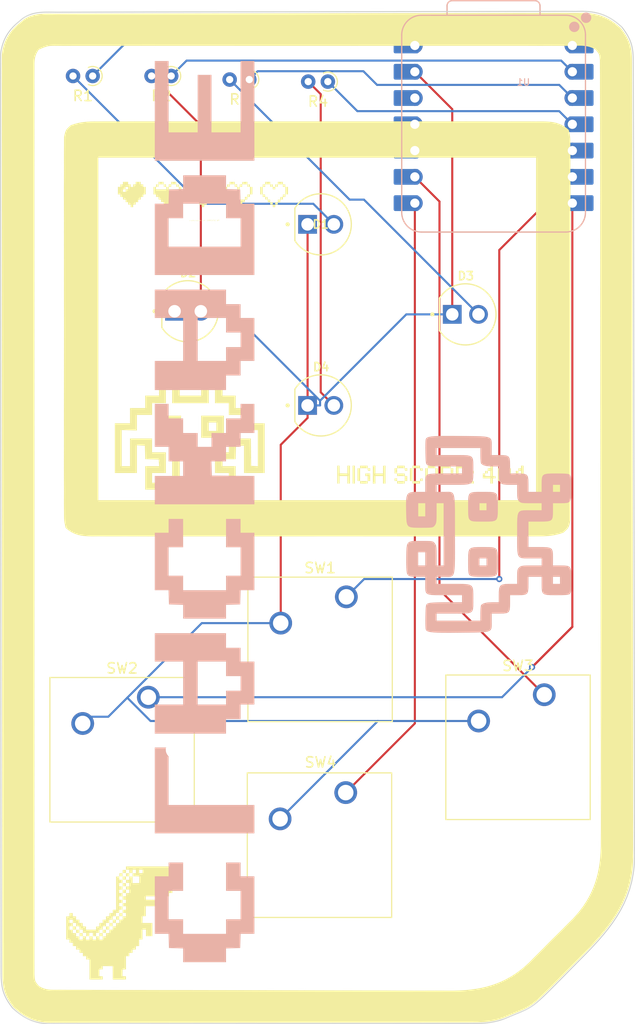
<source format=kicad_pcb>
(kicad_pcb (version 20241229) (generator "pcbnew") (generator_version "9.0")
  (layers (0 "F.Cu" signal) (2 "B.Cu" signal) (13 "F.Paste" user) (15 "B.Paste" user) (5 "F.SilkS" user "F.Silkscreen") (7 "B.SilkS" user "B.Silkscreen") (1 "F.Mask" user) (3 "B.Mask" user) (25 "Edge.Cuts" user))
  (net 0 "")
  (net 1 "Net-(D1-PadA)")
  (net 2 "GND")
  (net 3 "Net-(D2-PadA)")
  (net 4 "Net-(D3-PadA)")
  (net 5 "Net-(D4-PadA)")
  (net 6 "LED1")
  (net 7 "LED2")
  (net 8 "LED3")
  (net 9 "LED4")
  (net 10 "SW1")
  (net 11 "SW2")
  (net 12 "SW3")
  (net 13 "SW4")
  (net 14 "unconnected-(U1-VBUS-Pad14)")
  (net 15 "unconnected-(U1-3V3-Pad12)")
  (net 16 "unconnected-(U1-GPIO3{slash}MOSI-Pad11)")
  (net 17 "unconnected-(U1-GPIO4{slash}MISO-Pad10)")
  (net 18 "unconnected-(U1-GPIO6{slash}SDA-Pad5)")
  (footprint "LED:LEDRD254W57D500H1070" (layer "F.Cu") (at 97.871 98.839)
    (property "Reference" "D4" (at 0.04 -3.708 0) (layer "F.SilkS") (effects (font (size 0.8 0.8))))
    (property "Value" "L08R5000Q1")
    (pad "A" thru_hole circle (at 1.27 0) (size 1.815 1.815) (drill 1.21) (layers "*.Cu" "*.Mask") (net 5 "Net-(D4-PadA)"))
    (pad "C" thru_hole rect (at -1.27 0) (size 1.815 1.815) (drill 1.21) (layers "*.Cu" "*.Mask") (net 2 "GND"))
  )
  (footprint "LOGO" (layer "F.Cu") (at 85.2 101.8)
    (property "Reference" "G***" (hide yes))
    (property "Value" "LOGO" (hide yes))
  )
  (footprint "Resistor_THT:R_Axial_DIN0204_L3.6mm_D1.6mm_P1.90mm_Vertical" (layer "F.Cu") (at 75.805 67 180)
    (property "Reference" "R1" (at 0.95 -1.92 0) (layer "F.SilkS"))
    (property "Value" "R")
    (pad "1" thru_hole circle (at 0 0 180) (size 1.4 1.4) (drill 0.7) (layers "*.Cu" "*.Mask") (net 6 "LED1"))
    (pad "2" thru_hole circle (at 1.9 0 180) (size 1.4 1.4) (drill 0.7) (layers "*.Cu" "*.Mask") (net 1 "Net-(D1-PadA)"))
  )
  (footprint "LOGO" (layer "F.Cu") (at 86.6 78.5)
    (property "Reference" "G***" (hide yes))
    (property "Value" "LOGO" (hide yes))
  )
  (footprint "Button_Switch_Keyboard:SW_Cherry_MX_1.00u_PCB" (layer "F.Cu") (at 100.2927 136.2622)
    (property "Reference" "SW4" (at -2.44 -2.92 0) (layer "F.SilkS"))
    (property "Value" "SW_Push")
    (pad "" np_thru_hole circle (at -7.62 5.08) (size 1.7 1.7) (drill 1.7) (layers "*.Cu" "*.Mask"))
    (pad "" np_thru_hole circle (at -2.54 5.08) (size 4 4) (drill 4) (layers "*.Cu" "*.Mask"))
    (pad "" np_thru_hole circle (at 2.54 5.08) (size 1.7 1.7) (drill 1.7) (layers "*.Cu" "*.Mask"))
    (pad "1" thru_hole circle (at 0 0) (size 2.2 2.2) (drill 1.5) (layers "*.Cu" "*.Mask") (net 13 "SW4"))
    (pad "2" thru_hole circle (at -6.35 2.54) (size 2.2 2.2) (drill 1.5) (layers "*.Cu" "*.Mask") (net 2 "GND"))
  )
  (footprint "Button_Switch_Keyboard:SW_Cherry_MX_1.00u_PCB" (layer "F.Cu") (at 81.1927 127.0422)
    (property "Reference" "SW2" (at -2.54 -2.794 0) (layer "F.SilkS"))
    (property "Value" "SW_Push")
    (pad "" np_thru_hole circle (at -7.62 5.08) (size 1.7 1.7) (drill 1.7) (layers "*.Cu" "*.Mask"))
    (pad "" np_thru_hole circle (at -2.54 5.08) (size 4 4) (drill 4) (layers "*.Cu" "*.Mask"))
    (pad "" np_thru_hole circle (at 2.54 5.08) (size 1.7 1.7) (drill 1.7) (layers "*.Cu" "*.Mask"))
    (pad "1" thru_hole circle (at 0 0) (size 2.2 2.2) (drill 1.5) (layers "*.Cu" "*.Mask") (net 11 "SW2"))
    (pad "2" thru_hole circle (at -6.35 2.54) (size 2.2 2.2) (drill 1.5) (layers "*.Cu" "*.Mask") (net 2 "GND"))
  )
  (footprint "Resistor_THT:R_Axial_DIN0204_L3.6mm_D1.6mm_P1.90mm_Vertical" (layer "F.Cu") (at 98.5622 67.5427 180)
    (property "Reference" "R4" (at 0.95 -1.92 0) (layer "F.SilkS"))
    (property "Value" "R")
    (pad "1" thru_hole circle (at 0 0 180) (size 1.4 1.4) (drill 0.7) (layers "*.Cu" "*.Mask") (net 9 "LED4"))
    (pad "2" thru_hole circle (at 1.9 0 180) (size 1.4 1.4) (drill 0.7) (layers "*.Cu" "*.Mask") (net 5 "Net-(D4-PadA)"))
  )
  (footprint "Resistor_THT:R_Axial_DIN0204_L3.6mm_D1.6mm_P1.90mm_Vertical" (layer "F.Cu") (at 90.9622 67.3427 180)
    (property "Reference" "R3" (at 0.95 -1.92 0) (layer "F.SilkS"))
    (property "Value" "R")
    (pad "1" thru_hole circle (at 0 0 180) (size 1.4 1.4) (drill 0.7) (layers "*.Cu" "*.Mask") (net 8 "LED3"))
    (pad "2" thru_hole circle (at 1.9 0 180) (size 1.4 1.4) (drill 0.7) (layers "*.Cu" "*.Mask") (net 4 "Net-(D3-PadA)"))
  )
  (footprint "LED:LEDRD254W57D500H1070" (layer "F.Cu") (at 97.871 81.339)
    (property "Reference" "D1" (at 0 0 0) (layer "F.SilkS") (effects (font (size 0.8 0.8))))
    (property "Value" "L08R5000Q1")
    (pad "A" thru_hole circle (at 1.27 0) (size 1.815 1.815) (drill 1.21) (layers "*.Cu" "*.Mask") (net 1 "Net-(D1-PadA)"))
    (pad "C" thru_hole rect (at -1.27 0) (size 1.815 1.815) (drill 1.21) (layers "*.Cu" "*.Mask") (net 2 "GND"))
  )
  (footprint "LED:LEDRD254W57D500H1070" (layer "F.Cu") (at 85.001 89.739)
    (property "Reference" "D2" (at 0.04 -3.708 0) (layer "F.SilkS") (effects (font (size 0.8 0.8))))
    (property "Value" "L08R5000Q1")
    (pad "A" thru_hole circle (at 1.27 0) (size 1.815 1.815) (drill 1.21) (layers "*.Cu" "*.Mask") (net 3 "Net-(D2-PadA)"))
    (pad "C" thru_hole rect (at -1.27 0) (size 1.815 1.815) (drill 1.21) (layers "*.Cu" "*.Mask") (net 2 "GND"))
  )
  (footprint "LOGO" (layer "F.Cu") (at 108.6 105.5)
    (property "Reference" "G***" (hide yes))
    (property "Value" "LOGO" (hide yes))
  )
  (footprint "LOGO" (layer "F.Cu") (at 78.4 148.9)
    (property "Reference" "G***" (hide yes))
    (property "Value" "LOGO" (hide yes))
  )
  (footprint "LED:LEDRD254W57D500H1070" (layer "F.Cu") (at 111.871 90.039)
    (property "Reference" "D3" (at 0.04 -3.708 0) (layer "F.SilkS") (effects (font (size 0.8 0.8))))
    (property "Value" "L08R5000Q1")
    (pad "A" thru_hole circle (at 1.27 0) (size 1.815 1.815) (drill 1.21) (layers "*.Cu" "*.Mask") (net 4 "Net-(D3-PadA)"))
    (pad "C" thru_hole rect (at -1.27 0) (size 1.815 1.815) (drill 1.21) (layers "*.Cu" "*.Mask") (net 2 "GND"))
  )
  (footprint "Button_Switch_Keyboard:SW_Cherry_MX_1.00u_PCB" (layer "F.Cu") (at 119.5027 126.8022)
    (property "Reference" "SW3" (at -2.54 -2.794 0) (layer "F.SilkS"))
    (property "Value" "SW_Push")
    (pad "" np_thru_hole circle (at -7.62 5.08) (size 1.7 1.7) (drill 1.7) (layers "*.Cu" "*.Mask"))
    (pad "" np_thru_hole circle (at -2.54 5.08) (size 4 4) (drill 4) (layers "*.Cu" "*.Mask"))
    (pad "" np_thru_hole circle (at 2.54 5.08) (size 1.7 1.7) (drill 1.7) (layers "*.Cu" "*.Mask"))
    (pad "1" thru_hole circle (at 0 0) (size 2.2 2.2) (drill 1.5) (layers "*.Cu" "*.Mask") (net 12 "SW3"))
    (pad "2" thru_hole circle (at -6.35 2.54) (size 2.2 2.2) (drill 1.5) (layers "*.Cu" "*.Mask") (net 2 "GND"))
  )
  (footprint "Button_Switch_Keyboard:SW_Cherry_MX_1.00u_PCB" (layer "F.Cu") (at 100.3527 117.3422)
    (property "Reference" "SW1" (at -2.54 -2.794 0) (layer "F.SilkS"))
    (property "Value" "SW_Push")
    (pad "" np_thru_hole circle (at -7.62 5.08) (size 1.7 1.7) (drill 1.7) (layers "*.Cu" "*.Mask"))
    (pad "" np_thru_hole circle (at -2.54 5.08) (size 4 4) (drill 4) (layers "*.Cu" "*.Mask"))
    (pad "" np_thru_hole circle (at 2.54 5.08) (size 1.7 1.7) (drill 1.7) (layers "*.Cu" "*.Mask"))
    (pad "1" thru_hole circle (at 0 0) (size 2.2 2.2) (drill 1.5) (layers "*.Cu" "*.Mask") (net 10 "SW1"))
    (pad "2" thru_hole circle (at -6.35 2.54) (size 2.2 2.2) (drill 1.5) (layers "*.Cu" "*.Mask") (net 2 "GND"))
  )
  (footprint "Resistor_THT:R_Axial_DIN0204_L3.6mm_D1.6mm_P1.90mm_Vertical" (layer "F.Cu") (at 83.405 67 180)
    (property "Reference" "R2" (at 0.95 -1.92 0) (layer "F.SilkS"))
    (property "Value" "R")
    (pad "1" thru_hole circle (at 0 0 180) (size 1.4 1.4) (drill 0.7) (layers "*.Cu" "*.Mask") (net 7 "LED2"))
    (pad "2" thru_hole circle (at 1.9 0 180) (size 1.4 1.4) (drill 0.7) (layers "*.Cu" "*.Mask") (net 3 "Net-(D2-PadA)"))
  )
  (footprint "LOGO" (layer "B.Cu") (at 114.462475 111.3004 90)
    (property "Reference" "G***" (hide yes))
    (property "Value" "LOGO" (hide yes))
  )
  (footprint "OPL:XIAO-RP2040-DIP" (layer "B.Cu") (at 114.6 71.6685 180)
    (property "Reference" "U1" (at -2.881693 4.065339 0) (layer "B.SilkS") (effects (font (size 0.635 0.635) (thickness 0.1016)) (justify mirror)))
    (property "Value" "XIAO-RP2040-DIP")
    (pad "1" smd roundrect (at -8.455 7.62) (size 2.432 1.524) (layers "B.Cu" "B.Mask") (roundrect_rratio 0.1) (net 6 "LED1"))
    (pad "1" thru_hole circle (at -7.62 7.62) (size 1.524 1.524) (drill 0.889) (layers "*.Cu" "*.Mask") (net 6 "LED1"))
    (pad "2" smd roundrect (at -8.455 5.08) (size 2.432 1.524) (layers "B.Cu" "B.Mask") (roundrect_rratio 0.1) (net 7 "LED2"))
    (pad "2" thru_hole circle (at -7.62 5.08) (size 1.524 1.524) (drill 0.889) (layers "*.Cu" "*.Mask") (net 7 "LED2"))
    (pad "3" smd roundrect (at -8.455 2.54) (size 2.432 1.524) (layers "B.Cu" "B.Mask") (roundrect_rratio 0.1) (net 8 "LED3"))
    (pad "3" thru_hole circle (at -7.62 2.54) (size 1.524 1.524) (drill 0.889) (layers "*.Cu" "*.Mask") (net 8 "LED3"))
    (pad "4" smd roundrect (at -8.455 0) (size 2.432 1.524) (layers "B.Cu" "B.Mask") (roundrect_rratio 0.1) (net 9 "LED4"))
    (pad "4" thru_hole circle (at -7.62 0) (size 1.524 1.524) (drill 0.889) (layers "*.Cu" "*.Mask") (net 9 "LED4"))
    (pad "5" smd roundrect (at -8.455 -2.54) (size 2.432 1.524) (layers "B.Cu" "B.Mask") (roundrect_rratio 0.1) (net 18 "unconnected-(U1-GPIO6{slash}SDA-Pad5)"))
    (pad "5" thru_hole circle (at -7.62 -2.54) (size 1.524 1.524) (drill 0.889) (layers "*.Cu" "*.Mask") (net 18 "unconnected-(U1-GPIO6{slash}SDA-Pad5)"))
    (pad "6" smd roundrect (at -8.455 -5.08) (size 2.432 1.524) (layers "B.Cu" "B.Mask") (roundrect_rratio 0.1) (net 10 "SW1"))
    (pad "6" thru_hole circle (at -7.62 -5.08) (size 1.524 1.524) (drill 0.889) (layers "*.Cu" "*.Mask") (net 10 "SW1"))
    (pad "7" smd roundrect (at -8.455 -7.62) (size 2.432 1.524) (layers "B.Cu" "B.Mask") (roundrect_rratio 0.1) (net 11 "SW2"))
    (pad "7" thru_hole circle (at -7.62 -7.62) (size 1.524 1.524) (drill 0.889) (layers "*.Cu" "*.Mask") (net 11 "SW2"))
    (pad "8" thru_hole circle (at 7.62 -7.62 180) (size 1.524 1.524) (drill 0.889) (layers "*.Cu" "*.Mask") (net 13 "SW4"))
    (pad "8" smd roundrect (at 8.455 -7.62 180) (size 2.432 1.524) (layers "B.Cu" "B.Mask") (roundrect_rratio 0.1) (net 13 "SW4"))
    (pad "9" thru_hole circle (at 7.62 -5.08 180) (size 1.524 1.524) (drill 0.889) (layers "*.Cu" "*.Mask") (net 12 "SW3"))
    (pad "9" smd roundrect (at 8.455 -5.08 180) (size 2.432 1.524) (layers "B.Cu" "B.Mask") (roundrect_rratio 0.1) (net 12 "SW3"))
    (pad "10" thru_hole circle (at 7.62 -2.54 180) (size 1.524 1.524) (drill 0.889) (layers "*.Cu" "*.Mask") (net 17 "unconnected-(U1-GPIO4{slash}MISO-Pad10)"))
    (pad "10" smd roundrect (at 8.455 -2.54 180) (size 2.432 1.524) (layers "B.Cu" "B.Mask") (roundrect_rratio 0.1) (net 17 "unconnected-(U1-GPIO4{slash}MISO-Pad10)"))
    (pad "11" thru_hole circle (at 7.62 0 180) (size 1.524 1.524) (drill 0.889) (layers "*.Cu" "*.Mask") (net 16 "unconnected-(U1-GPIO3{slash}MOSI-Pad11)"))
    (pad "11" smd roundrect (at 8.455 0 180) (size 2.432 1.524) (layers "B.Cu" "B.Mask") (roundrect_rratio 0.1) (net 16 "unconnected-(U1-GPIO3{slash}MOSI-Pad11)"))
    (pad "12" thru_hole circle (at 7.62 2.54 180) (size 1.524 1.524) (drill 0.889) (layers "*.Cu" "*.Mask") (net 15 "unconnected-(U1-3V3-Pad12)"))
    (pad "12" smd roundrect (at 8.455 2.54 180) (size 2.432 1.524) (layers "B.Cu" "B.Mask") (roundrect_rratio 0.1) (net 15 "unconnected-(U1-3V3-Pad12)"))
    (pad "13" thru_hole circle (at 7.62 5.08 180) (size 1.524 1.524) (drill 0.889) (layers "*.Cu" "*.Mask") (net 2 "GND"))
    (pad "13" smd roundrect (at 8.455 5.08 180) (size 2.432 1.524) (layers "B.Cu" "B.Mask") (roundrect_rratio 0.1) (net 2 "GND"))
    (pad "14" thru_hole circle (at 7.62 7.62 180) (size 1.524 1.524) (drill 0.889) (layers "*.Cu" "*.Mask") (net 14 "unconnected-(U1-VBUS-Pad14)"))
    (pad "14" smd roundrect (at 8.455 7.62 180) (size 2.432 1.524) (layers "B.Cu" "B.Mask") (roundrect_rratio 0.1) (net 14 "unconnected-(U1-VBUS-Pad14)"))
  )
  (footprint "LOGO" (layer "B.Cu") (at 86.6 110.3 180)
    (property "Reference" "G***" (hide yes))
    (property "Value" "LOGO" (hide yes))
  )
  (gr_poly (pts (xy 123.436661 60.896973) (xy 123.712194 60.913953) (xy 123.977302 60.940683) (xy 124.232966 60.977611) (xy 124.480166 61.025182) (xy 124.719884 61.083844) (xy 124.953099 61.154042) (xy 125.180793 61.236224) (xy 125.403945 61.330836) (xy 125.623536 61.438325) (xy 125.840548 61.559137) (xy 126.05596 61.693719) (xy 126.270753 61.842517) (xy 126.485907 62.005979) (xy 126.702404 62.18455) (xy 126.921223 62.378677) (xy 127.071755 62.578252) (xy 127.208451 62.770356) (xy 127.331884 62.956507) (xy 127.44263 63.13822) (xy 127.541263 63.317009) (xy 127.628357 63.494393) (xy 127.704487 63.671885) (xy 127.770227 63.851002) (xy 127.826151 64.03326) (xy 127.872834 64.220175) (xy 127.910851 64.413262) (xy 127.940775 64.614038) (xy 127.963182 64.824017) (xy 127.978645 65.044716) (xy 127.987739 65.277651) (xy 127.991038 65.524338) (xy 127.994688 66.376345) (xy 127.995179 67.316712) (xy 127.998338 68.312384) (xy 128.003693 71.054764) (xy 128.010754 74.010257) (xy 128.02341 81.152199) (xy 128.026091 83.169733) (xy 128.040691 95.699825) (xy 128.042888 98.60281) (xy 128.043372 99.331601) (xy 128.064794 111.01292) (xy 128.082075 123.008005) (xy 128.093762 129.741892) (xy 128.100577 135.478486) (xy 128.100603 136.941024) (xy 128.105926 138.403377) (xy 128.110126 139.74473) (xy 128.106656 141.086077) (xy 128.109002 141.79612) (xy 128.115907 142.506169) (xy 128.104749 142.92661) (xy 128.079151 143.336548) (xy 128.039494 143.736386) (xy 127.986156 144.126527) (xy 127.839962 144.879332) (xy 127.643612 145.598189) (xy 127.400145 146.286327) (xy 127.112605 146.946971) (xy 126.784032 147.583347) (xy 126.417469 148.198683) (xy 126.015956 148.796204) (xy 125.582535 149.379138) (xy 125.120248 149.950712) (xy 124.632136 150.514151) (xy 124.121241 151.072682) (xy 123.590605 151.629532) (xy 122.482272 152.751094) (xy 121.822188 153.417719) (xy 121.165387 154.08745) (xy 120.243782 155.016125) (xy 119.528427 155.723233) (xy 119.23107 156.006754) (xy 118.964849 156.25055) (xy 118.722955 156.459843) (xy 118.498578 156.639856) (xy 118.284909 156.79581) (xy 118.07514 156.932928) (xy 117.862461 157.056432) (xy 117.640063 157.171545) (xy 117.401138 157.283489) (xy 117.138876 157.397485) (xy 116.517107 157.652527) (xy 115.627903 158.025681) (xy 115.443073 158.091586) (xy 115.259542 158.151272) (xy 115.077021 158.204995) (xy 114.895223 158.253011) (xy 114.71386 158.295575) (xy 114.532644 158.332944) (xy 114.351288 158.365374) (xy 114.169503 158.393121) (xy 113.987002 158.416441) (xy 113.803498 158.43559) (xy 113.432327 158.462397) (xy 113.053689 158.475592) (xy 112.66528 158.477223) (xy 112.115644 158.481118) (xy 111.212328 158.483034) (xy 110.309009 158.481118) (xy 109.006973 158.486228) (xy 105.482543 158.488909) (xy 102.537198 158.491099) (xy 95.58863 158.491345) (xy 88.424901 158.498399) (xy 82.2677 158.503993) (xy 78.593082 158.508142) (xy 76.865944 158.510266) (xy 75.138805 158.506183) (xy 74.505755 158.506217) (xy 73.872722 158.508626) (xy 73.007148 158.509505) (xy 72.141592 158.50473) (xy 71.638304 158.511784) (xy 71.374394 158.502031) (xy 71.119676 158.481006) (xy 70.873473 158.44874) (xy 70.63511 158.405264) (xy 70.40391 158.350607) (xy 70.179195 158.284799) (xy 69.96029 158.207872) (xy 69.746518 158.119855) (xy 69.537203 158.020779) (xy 69.331667 157.910674) (xy 69.129234 157.78957) (xy 68.929228 157.657498) (xy 68.730972 157.514488) (xy 68.53379 157.36057) (xy 68.337004 157.195775) (xy 68.139939 157.020132) (xy 67.981577 156.809433) (xy 67.839067 156.606905) (xy 67.71163 156.410909) (xy 67.598486 156.219804) (xy 67.498853 156.03195) (xy 67.411953 155.845705) (xy 67.337003 155.65943) (xy 67.273225 155.471484) (xy 67.219838 155.280226) (xy 67.176061 155.084016) (xy 67.141115 154.881213) (xy 67.114218 154.670177) (xy 67.094591 154.449266) (xy 67.081453 154.216841) (xy 67.074025 153.971261) (xy 67.071525 153.710885) (xy 67.068692 152.748167) (xy 67.069331 151.684193) (xy 67.06714 150.558879) (xy 67.06456 147.458483) (xy 67.060632 144.117587) (xy 67.055615 137.84377) (xy 70.168408 137.84377) (xy 70.170794 144.222747) (xy 70.171061 147.479905) (xy 70.170237 148.968911) (xy 70.173958 150.458106) (xy 70.174244 150.99828) (xy 70.172595 151.538632) (xy 70.172376 152.269975) (xy 70.176027 153.001323) (xy 70.176392 153.823829) (xy 70.190039 154.044297) (xy 70.197009 154.135232) (xy 70.204888 154.215482) (xy 70.214284 154.286683) (xy 70.225807 154.350469) (xy 70.240065 154.408476) (xy 70.257666 154.462341) (xy 70.27922 154.513698) (xy 70.305334 154.564183) (xy 70.336618 154.615432) (xy 70.373679 154.66908) (xy 70.417128 154.726763) (xy 70.467572 154.790116) (xy 70.59188 154.940376) (xy 70.716706 155.019813) (xy 70.841088 155.087494) (xy 70.965305 155.144339) (xy 71.089638 155.191268) (xy 71.214368 155.229201) (xy 71.339775 155.259059) (xy 71.466139 155.281763) (xy 71.59374 155.298231) (xy 71.72286 155.309386) (xy 71.853779 155.316146) (xy 72.122132 155.320166) (xy 72.69276 155.315972) (xy 73.21854 155.321082) (xy 74.092981 155.324704) (xy 74.96744 155.324493) (xy 76.21977 155.331793) (xy 77.923349 155.338458) (xy 79.626947 155.34056) (xy 81.757548 155.344455) (xy 89.196603 155.353699) (xy 96.119278 155.37244) (xy 102.068624 155.385594) (xy 103.843831 155.387325) (xy 105.618853 155.395084) (xy 107.291583 155.400623) (xy 108.964129 155.397028) (xy 109.575227 155.397608) (xy 110.186326 155.402383) (xy 110.757262 155.401109) (xy 111.31501 155.384468) (xy 111.860135 155.350904) (xy 112.393206 155.298856) (xy 112.914788 155.226767) (xy 113.425448 155.133076) (xy 113.925752 155.016226) (xy 114.416268 154.874657) (xy 114.897561 154.70681) (xy 115.370199 154.511127) (xy 115.834748 154.286048) (xy 116.291774 154.030015) (xy 116.741845 153.741468) (xy 117.185526 153.41885) (xy 117.623384 153.0606) (xy 118.055986 152.66516) (xy 118.432066 152.28032) (xy 118.85123 151.865544) (xy 119.281164 151.434146) (xy 119.708539 151.000194) (xy 120.031451 150.674141) (xy 120.356486 150.350485) (xy 121.010821 149.707167) (xy 121.855229 148.857154) (xy 122.240076 148.481074) (xy 122.620017 148.066839) (xy 122.966811 147.647381) (xy 123.281588 147.222128) (xy 123.565476 146.790506) (xy 123.819605 146.351942) (xy 124.045104 145.905863) (xy 124.243103 145.451696) (xy 124.41473 144.988869) (xy 124.561115 144.516808) (xy 124.683387 144.03494) (xy 124.782676 143.542692) (xy 124.86011 143.039491) (xy 124.916819 142.524765) (xy 124.953932 141.99794) (xy 124.972579 141.458443) (xy 124.973888 140.905701) (xy 124.979244 139.917673) (xy 124.980339 138.572557) (xy 124.9734 137.227435) (xy 124.971301 135.772262) (xy 124.97486 134.316905) (xy 124.975136 131.471968) (xy 124.967557 128.627037) (xy 124.960499 122.00026) (xy 124.943461 110.180683) (xy 124.928612 98.708942) (xy 124.928612 97.99427) (xy 124.928858 97.280816) (xy 124.918389 84.21618) (xy 124.915227 79.594723) (xy 124.904754 73.969533) (xy 124.89989 71.098555) (xy 124.898732 69.785907) (xy 124.892829 68.473258) (xy 124.89219 67.770815) (xy 124.894289 67.068355) (xy 124.887231 66.23178) (xy 124.885525 65.506934) (xy 124.868999 65.306906) (xy 124.860934 65.224305) (xy 124.852209 65.151284) (xy 124.842229 65.086324) (xy 124.830399 65.027904) (xy 124.816125 64.974502) (xy 124.79881 64.924599) (xy 124.777862 64.876674) (xy 124.752685 64.829205) (xy 124.722684 64.780673) (xy 124.687265 64.729557) (xy 124.645833 64.674335) (xy 124.597792 64.613488) (xy 124.479509 64.468835) (xy 124.409453 64.42251) (xy 124.33851 64.379795) (xy 124.266715 64.34055) (xy 124.194101 64.304638) (xy 124.046553 64.242252) (xy 123.896134 64.191526) (xy 123.743115 64.151349) (xy 123.587766 64.12061) (xy 123.430357 64.098196) (xy 123.271157 64.082998) (xy 123.110437 64.073903) (xy 122.948467 64.069801) (xy 122.621854 64.072128) (xy 121.965498 64.087791) (xy 121.308519 64.084358) (xy 120.214575 64.083245) (xy 119.120449 64.086038) (xy 117.555276 64.082167) (xy 113.297679 64.082435) (xy 108.84875 64.081437) (xy 101.376347 64.085332) (xy 92.728726 64.083993) (xy 85.313379 64.082119) (xy 80.88047 64.080999) (xy 76.71359 64.084577) (xy 75.181331 64.083652) (xy 74.138476 64.083604) (xy 73.095639 64.087791) (xy 72.477921 64.082873) (xy 72.145987 64.08054) (xy 72.008242 64.081077) (xy 71.885609 64.083484) (xy 71.775309 64.088311) (xy 71.674565 64.096108) (xy 71.580597 64.107425) (xy 71.490629 64.122812) (xy 71.401883 64.14282) (xy 71.31158 64.167998) (xy 71.216942 64.198898) (xy 71.115193 64.236068) (xy 71.003552 64.28006) (xy 70.879244 64.331423) (xy 70.581511 64.458465) (xy 70.502305 64.57923) (xy 70.434035 64.696936) (xy 70.375897 64.812249) (xy 70.327086 64.925838) (xy 70.286798 65.038372) (xy 70.254227 65.150517) (xy 70.22857 65.262941) (xy 70.209022 65.376313) (xy 70.194779 65.491301) (xy 70.185036 65.608572) (xy 70.178988 65.728794) (xy 70.175832 65.852635) (xy 70.176027 66.397547) (xy 70.170258 67.346166) (xy 70.1752 68.394391) (xy 70.171743 69.503179) (xy 70.172473 72.55796) (xy 70.169576 75.849342) (xy 70.169138 82.300297) (xy 70.170209 87.541472) (xy 70.169869 88.293872) (xy 70.169163 89.806951) (xy 70.173398 104.007389) (xy 70.172741 116.201593) (xy 70.169528 130.349938) (xy 70.170209 131.857418) (xy 70.17055 132.606904) (xy 70.168408 137.84377) (xy 67.055615 137.84377) (xy 67.054788 136.809248) (xy 67.051987 132.247859) (xy 67.045689 119.624517) (xy 67.045527 118.808098) (xy 67.045366 117.98973) (xy 67.04504 116.347888) (xy 67.044876 115.525382) (xy 67.033999 102.325139) (xy 67.024909 88.780461) (xy 67.018868 81.172475) (xy 67.015883 74.694915) (xy 67.013191 71.388902) (xy 67.010993 69.87608) (xy 67.013335 68.363258) (xy 67.013109 67.815561) (xy 67.010938 67.267883) (xy 67.010017 66.523929) (xy 67.012981 65.779975) (xy 67.012541 64.944812) (xy 67.045508 64.708817) (xy 67.087391 64.480412) (xy 67.138325 64.259298) (xy 67.198444 64.045181) (xy 67.267886 63.837764) (xy 67.346785 63.636751) (xy 67.435276 63.441846) (xy 67.533496 63.252753) (xy 67.64158 63.069176) (xy 67.759662 62.890819) (xy 67.887879 62.717386) (xy 68.026366 62.54858) (xy 68.175259 62.384106) (xy 68.334693 62.223667) (xy 68.504803 62.066968) (xy 68.685726 61.913712) (xy 69.119312 61.55144) (xy 69.214034 61.487981) (xy 69.309377 61.429231) (xy 69.501887 61.325153) (xy 69.696773 61.237792) (xy 69.893962 61.165735) (xy 70.093386 61.107568) (xy 70.294972 61.061879) (xy 70.498651 61.027254) (xy 70.704351 61.002279) (xy 70.912003 60.985541) (xy 71.121535 60.975627) (xy 71.545959 60.970616) (xy 72.414267 60.98029) (xy 73.087241 60.977578) (xy 75.32906 60.973028) (xy 76.93264 60.968181) (xy 81.296103 60.959368) (xy 84.021177 60.955106) (xy 92.055191 60.945326) (xy 93.525186 60.944265) (xy 94.016645 60.943908) (xy 101.899206 60.927815) (xy 109.993538 60.914603) (xy 114.537642 60.905728) (xy 116.674961 60.900568) (xy 118.812281 60.901531) (xy 119.596691 60.900448) (xy 120.3811 60.896771) (xy 121.452225 60.894264) (xy 122.523168 60.897388) (xy 123.149723 60.889297)) (fill yes) (layer "F.SilkS"))
  (gr_poly (pts (xy 115.618897 71.387077) (xy 116.283425 71.387573) (xy 116.947953 71.386153) (xy 117.854558 71.386112) (xy 118.761161 71.390289) (xy 119.293271 71.385349) (xy 119.673583 71.394899) (xy 119.85403 71.404567) (xy 120.028722 71.418557) (xy 120.198197 71.437665) (xy 120.362996 71.462688) (xy 120.523657 71.494421) (xy 120.680717 71.53366) (xy 120.834717 71.5812) (xy 120.986195 71.637838) (xy 121.13569 71.70437) (xy 121.28374 71.781591) (xy 121.430885 71.870296) (xy 121.577662 71.971283) (xy 121.724611 72.085346) (xy 121.872271 72.213282) (xy 121.922812 72.442195) (xy 121.960811 72.624647) (xy 121.975673 72.7041) (xy 121.988078 72.778719) (xy 121.998253 72.850764) (xy 122.006425 72.922494) (xy 122.01282 72.996171) (xy 122.017664 73.074053) (xy 122.021183 73.158402) (xy 122.023605 73.251478) (xy 122.02606 73.47285) (xy 122.026841 73.756251) (xy 122.032681 74.232496) (xy 122.034828 74.628186) (xy 122.034509 75.023792) (xy 122.029765 75.81507) (xy 122.036335 76.948587) (xy 122.039468 78.489004) (xy 122.035847 80.029438) (xy 122.037552 83.250449) (xy 122.030979 88.659973) (xy 122.027053 91.789184) (xy 122.033169 94.918213) (xy 122.036335 100.287254) (xy 122.035025 101.891401) (xy 122.038282 103.495732) (xy 122.039165 105.003696) (xy 122.032197 106.511664) (xy 122.031283 107.065891) (xy 122.033657 107.61994) (xy 122.034885 107.997546) (xy 122.033809 108.375015) (xy 122.026841 109.130094) (xy 122.025381 109.984729) (xy 121.973867 110.21284) (xy 121.951102 110.306884) (xy 121.929056 110.389822) (xy 121.906774 110.463329) (xy 121.883299 110.529081) (xy 121.857674 110.588755) (xy 121.828944 110.644025) (xy 121.796151 110.696569) (xy 121.758341 110.748061) (xy 121.714556 110.800178) (xy 121.66384 110.854595) (xy 121.605236 110.912989) (xy 121.53779 110.977035) (xy 121.37254 111.128787) (xy 121.207654 111.188805) (xy 121.044579 111.242134) (xy 120.882975 111.289149) (xy 120.722501 111.330224) (xy 120.562817 111.365733) (xy 120.403584 111.396052) (xy 120.24446 111.421554) (xy 120.085106 111.442614) (xy 119.925181 111.459607) (xy 119.764346 111.472906) (xy 119.438583 111.489921) (xy 119.105095 111.496655) (xy 118.761161 111.496104) (xy 118.188404 111.499512) (xy 117.239566 111.500668) (xy 116.290728 111.49781) (xy 114.929301 111.501705) (xy 111.232774 111.50146) (xy 107.36537 111.502432) (xy 100.870526 111.49854) (xy 93.360391 111.5) (xy 86.9136 111.501705) (xy 83.062676 111.50292) (xy 81.252534 111.503559) (xy 79.442412 111.49927) (xy 78.777848 111.498752) (xy 78.113284 111.500242) (xy 77.206633 111.500274) (xy 76.3 111.496104) (xy 75.76794 111.500972) (xy 75.387616 111.491468) (xy 75.207167 111.481817) (xy 75.032474 111.467841) (xy 74.862999 111.448742) (xy 74.698202 111.423727) (xy 74.537544 111.391998) (xy 74.380487 111.352762) (xy 74.22649 111.305222) (xy 74.075016 111.248582) (xy 73.925524 111.182048) (xy 73.777476 111.104824) (xy 73.630333 111.016114) (xy 73.483556 110.915123) (xy 73.336605 110.801055) (xy 73.188941 110.673114) (xy 73.138384 110.444224) (xy 73.100375 110.261788) (xy 73.08551 110.182339) (xy 73.073102 110.107723) (xy 73.062926 110.035679) (xy 73.054754 109.963948) (xy 73.048362 109.890268) (xy 73.043521 109.812379) (xy 73.040006 109.728022) (xy 73.037591 109.634936) (xy 73.035153 109.413535) (xy 73.034396 109.130094) (xy 73.028651 108.653971) (xy 73.026498 108.258252) (xy 73.026695 107.995529) (xy 76.353357 107.995529) (xy 118.707855 107.995529) (xy 118.707855 74.890865) (xy 76.353357 74.890865) (xy 76.353357 107.995529) (xy 73.026695 107.995529) (xy 73.026795 107.862625) (xy 73.031475 107.071279) (xy 73.025 105.937686) (xy 73.021707 104.397343) (xy 73.025462 102.857003) (xy 73.023783 99.635869) (xy 73.030282 94.226426) (xy 73.034165 91.097212) (xy 73.028043 87.968181) (xy 73.024927 82.599236) (xy 73.02622 80.995009) (xy 73.023077 79.390761) (xy 73.022085 77.882714) (xy 73.029016 76.374684) (xy 73.029865 75.820519) (xy 73.027483 75.266335) (xy 73.02631 74.888759) (xy 73.027416 74.511293) (xy 73.034396 73.756251) (xy 73.035783 72.901737) (xy 73.087313 72.673603) (xy 73.110085 72.579549) (xy 73.132137 72.496602) (xy 73.154426 72.423087) (xy 73.177907 72.357327) (xy 73.203538 72.297646) (xy 73.232275 72.242367) (xy 73.265075 72.189816) (xy 73.302893 72.138315) (xy 73.346688 72.086188) (xy 73.397414 72.03176) (xy 73.456029 71.973354) (xy 73.52349 71.909294) (xy 73.688773 71.757509) (xy 73.853626 71.6975) (xy 74.016677 71.644176) (xy 74.178265 71.597163) (xy 74.338728 71.556089) (xy 74.498407 71.520579) (xy 74.657639 71.490259) (xy 74.816764 71.464756) (xy 74.976121 71.443696) (xy 75.136049 71.426704) (xy 75.296886 71.413408) (xy 75.622647 71.396404) (xy 75.956114 71.389695) (xy 76.3 71.390289) (xy 76.872858 71.386833) (xy 77.821635 71.385732) (xy 78.770411 71.388537) (xy 80.131987 71.384667) (xy 83.828414 71.384935) (xy 87.695891 71.383913) (xy 94.190686 71.387831) (xy 101.700823 71.386493) (xy 108.147712 71.384618) (xy 111.998563 71.383499)) (fill yes) (layer "F.SilkS"))
  (gr_poly (pts (xy 123.299313 60.746843) (xy 123.567182 60.758247) (xy 123.825805 60.778165) (xy 124.075956 60.807008) (xy 124.318409 60.845182) (xy 124.436989 60.867896) (xy 124.553935 60.893097) (xy 124.669342 60.920834) (xy 124.783307 60.95116) (xy 124.895928 60.984126) (xy 125.0073 61.019782) (xy 125.117521 61.058179) (xy 125.226686 61.099369) (xy 125.33478 61.143376) (xy 125.441879 61.19021) (xy 125.548085 61.239912) (xy 125.653498 61.292521) (xy 125.758219 61.348077) (xy 125.86235 61.406618) (xy 125.965991 61.468187) (xy 126.069242 61.532821) (xy 126.172206 61.60056) (xy 126.274982 61.671445) (xy 126.377672 61.745515) (xy 126.480376 61.82281) (xy 126.583196 61.903369) (xy 126.686233 61.987232) (xy 126.789586 62.074439) (xy 126.893358 62.16503) (xy 127.004841 62.265344) (xy 127.012632 62.272474) (xy 127.018963 62.280558) (xy 127.171326 62.482583) (xy 127.310167 62.677739) (xy 127.37467 62.773211) (xy 127.435977 62.867529) (xy 127.494149 62.960881) (xy 127.549247 63.053456) (xy 127.601333 63.145441) (xy 127.650468 63.237024) (xy 127.696713 63.328394) (xy 127.74013 63.419738) (xy 127.78078 63.511243) (xy 127.818724 63.603099) (xy 127.854025 63.695492) (xy 127.886742 63.788612) (xy 127.916955 63.882487) (xy 127.944663 63.977262) (xy 127.969946 64.073119) (xy 127.992884 64.170238) (xy 128.013554 64.268801) (xy 128.032038 64.36899) (xy 128.048415 64.470984) (xy 128.062764 64.574966) (xy 128.075164 64.681117) (xy 128.085696 64.789618) (xy 128.101471 65.014395) (xy 128.110726 65.250746) (xy 128.114096 65.500123) (xy 128.117991 66.352324) (xy 128.117991 66.352787) (xy 128.11823 67.292716) (xy 128.121395 68.288242) (xy 128.121395 68.288485) (xy 128.126997 71.030963) (xy 128.133566 73.986431) (xy 128.146467 81.128471) (xy 128.149387 83.145933) (xy 128.163748 95.676142) (xy 128.165938 98.579131) (xy 128.16643 99.307922) (xy 128.187845 110.988999) (xy 128.205133 122.984333) (xy 128.208291 126.35127) (xy 128.216812 129.717967) (xy 128.223628 135.455052) (xy 128.223691 136.917225) (xy 128.229229 138.379214) (xy 128.233337 139.72126) (xy 128.229959 141.063127) (xy 128.232088 141.771712) (xy 128.238964 142.481023) (xy 128.238964 142.483466) (xy 128.227634 142.90904) (xy 128.201663 143.323973) (xy 128.161446 143.728664) (xy 128.107377 144.123516) (xy 127.959261 144.885306) (xy 127.760466 145.612554) (xy 127.514147 146.308469) (xy 127.223456 146.976263) (xy 126.891546 147.619145) (xy 126.521571 148.240327) (xy 126.116684 148.843019) (xy 125.680038 149.430431) (xy 125.214786 150.005774) (xy 124.724081 150.572258) (xy 124.211076 151.133094) (xy 123.678925 151.691493) (xy 122.569796 152.81382) (xy 122.569764 152.81379) (xy 122.569733 152.81376) (xy 122.569702 152.81373) (xy 122.569672 152.813699) (xy 122.569611 152.813637) (xy 122.56955 152.813574) (xy 121.910104 153.479536) (xy 121.253395 154.148968) (xy 121.253335 154.149088) (xy 121.253274 154.149206) (xy 121.25315 154.149445) (xy 120.332147 155.077509) (xy 119.951171 155.457066) (xy 119.614289 155.787065) (xy 119.31481 156.072576) (xy 119.04604 156.318668) (xy 118.80129 156.530409) (xy 118.573865 156.71287) (xy 118.463377 156.795569) (xy 118.35473 156.872764) (xy 118.247099 156.945109) (xy 118.13966 157.013255) (xy 118.031589 157.077855) (xy 117.922062 157.139562) (xy 117.810255 157.199028) (xy 117.695344 157.256906) (xy 117.576505 157.313848) (xy 117.452915 157.370508) (xy 117.188181 157.485587) (xy 116.894551 157.607365) (xy 116.565433 157.741061) (xy 115.676232 158.11446) (xy 115.674288 158.115436) (xy 115.671849 158.116173) (xy 115.483583 158.183244) (xy 115.296686 158.243972) (xy 115.110876 158.29862) (xy 114.925873 158.347449) (xy 114.741396 158.390723) (xy 114.557165 158.428704) (xy 114.372899 158.461656) (xy 114.188318 158.489841) (xy 114.00314 158.513523) (xy 113.817086 158.532963) (xy 113.441224 158.56017) (xy 113.058487 158.573566) (xy 112.666631 158.575254) (xy 112.117725 158.579142) (xy 112.117483 158.579142) (xy 111.213615 158.581064) (xy 110.310114 158.579142) (xy 109.00905 158.584498) (xy 109.008805 158.584498) (xy 105.483648 158.586933) (xy 102.538795 158.58913) (xy 95.589979 158.589376) (xy 88.426493 158.59643) (xy 82.26905 158.60227) (xy 78.594749 158.605927) (xy 76.867293 158.608355) (xy 75.13962 158.60446) (xy 74.507296 158.60446) (xy 73.874754 158.60665) (xy 73.009 158.607658) (xy 72.143721 158.603007) (xy 71.641455 158.609815) (xy 71.639532 158.610061) (xy 71.637877 158.609815) (xy 71.367308 158.599794) (xy 71.106136 158.578165) (xy 70.853686 158.544981) (xy 70.609286 158.500295) (xy 70.372262 158.444161) (xy 70.141939 158.376631) (xy 69.917645 158.297759) (xy 69.698706 158.207598) (xy 69.484447 158.1062) (xy 69.274197 157.99362) (xy 69.06728 157.86991) (xy 68.863024 157.735123) (xy 68.660755 157.589312) (xy 68.459798 157.432531) (xy 68.259481 157.264832) (xy 68.059131 157.086269) (xy 68.051288 157.079215) (xy 68.045107 157.071185) (xy 67.884587 156.857553) (xy 67.810213 156.753692) (xy 67.739647 156.651529) (xy 67.672803 156.55086) (xy 67.609592 156.451479) (xy 67.549929 156.353183) (xy 67.493725 156.255768) (xy 67.440894 156.159028) (xy 67.391349 156.062761) (xy 67.345003 155.96676) (xy 67.301768 155.870823) (xy 67.261558 155.774744) (xy 67.224285 155.67832) (xy 67.189863 155.581346) (xy 67.158204 155.483618) (xy 67.129321 155.385306) (xy 67.103056 155.286042) (xy 67.079302 155.18563) (xy 67.057956 155.083877) (xy 67.03891 154.980588) (xy 67.022061 154.875568) (xy 67.007302 154.768624) (xy 66.994528 154.65956) (xy 66.974515 154.434299) (xy 66.961178 154.198229) (xy 66.953673 153.949796) (xy 66.951159 153.687445) (xy 66.948306 152.724734) (xy 66.948306 152.724488) (xy 66.949019 151.660759) (xy 66.94688 150.535445) (xy 66.944265 147.434804) (xy 66.940222 144.094154) (xy 66.934519 136.785814) (xy 66.931666 132.224426) (xy 66.925247 119.600838) (xy 66.925247 118.78466) (xy 66.925009 117.966051) (xy 66.924773 116.324205) (xy 66.924534 115.501703) (xy 66.9136 102.301705) (xy 66.904567 88.756784) (xy 66.898386 81.149161) (xy 66.895533 74.671284) (xy 66.895772 73.01846) (xy 66.892919 71.365661) (xy 66.890649 69.852601) (xy 66.892919 68.339579) (xy 66.892681 67.792134) (xy 66.890541 67.244933) (xy 66.889668 66.500368) (xy 66.892681 65.756368) (xy 66.892206 64.921302) (xy 66.892206 64.913927) (xy 66.892919 64.906795) (xy 66.92674 64.664879) (xy 66.969759 64.430634) (xy 67.022104 64.203772) (xy 67.083906 63.984007) (xy 67.155293 63.771049) (xy 67.236395 63.564613) (xy 67.327341 63.36441) (xy 67.428259 63.170153) (xy 67.53928 62.981554) (xy 67.660533 62.798325) (xy 67.792146 62.620179) (xy 67.93425 62.446828) (xy 68.086972 62.277985) (xy 68.250443 62.113362) (xy 68.424792 61.952671) (xy 68.610148 61.795626) (xy 69.042544 61.434541) (xy 69.046584 61.430975) (xy 69.051112 61.428123) (xy 69.149568 61.362178) (xy 69.248695 61.301129) (xy 69.448872 61.192986) (xy 69.651447 61.102223) (xy 69.856229 61.027371) (xy 70.063025 60.966958) (xy 70.27164 60.919516) (xy 70.481883 60.883573) (xy 70.69356 60.857661) (xy 70.906477 60.840308) (xy 71.120443 60.830046) (xy 71.550744 60.82491) (xy 72.415422 60.835033) (xy 73.088153 60.83218) (xy 75.33002 60.827901) (xy 75.33002 60.827665) (xy 76.933624 60.822911) (xy 81.297283 60.814114) (xy 84.022405 60.809837) (xy 92.0563 60.800091) (xy 93.526291 60.7989) (xy 94.017994 60.798664) (xy 101.900311 60.782499) (xy 109.994889 60.769186) (xy 114.538505 60.760392) (xy 116.676069 60.75519) (xy 118.813632 60.756112) (xy 119.597554 60.755032) (xy 120.381479 60.751359) (xy 120.917724 60.749219) (xy 121.720603 60.749302) (xy 122.523298 60.752072) (xy 123.149611 60.74399) (xy 123.152289 60.74399)) (stroke (width 0.1)) (fill no) (layer "Edge.Cuts"))
  (segment (start 97.1506 79.3486) (end 99.141 81.339) (width 0.2) (layer "B.Cu") (net 1))
  (segment (start 86.2536 79.3486) (end 97.1506 79.3486) (width 0.2) (layer "B.Cu") (net 1))
  (segment (start 73.905 67) (end 86.2536 79.3486) (width 0.2) (layer "B.Cu") (net 1))
  (segment (start 110.601 70.2095) (end 110.601 90.039) (width 0.2) (layer "F.Cu") (net 2))
  (segment (start 94.0027 119.8822) (end 94.0027 102.6465) (width 0.2) (layer "F.Cu") (net 2))
  (segment (start 106.98 66.5885) (end 110.601 70.2095) (width 0.2) (layer "F.Cu") (net 2))
  (segment (start 94.0027 102.6465) (end 96.601 100.0482) (width 0.2) (layer "F.Cu") (net 2))
  (segment (start 96.601 98.839) (end 96.601 100.0482) (width 0.2) (layer "F.Cu") (net 2))
  (segment (start 96.601 81.339) (end 96.601 98.839) (width 0.2) (layer "F.Cu") (net 2))
  (segment (start 93.9427 138.8022) (end 103.4027 129.3422) (width 0.2) (layer "B.Cu") (net 2))
  (segment (start 113.1527 129.3422) (end 103.4027 129.3422) (width 0.2) (layer "B.Cu") (net 2))
  (segment (start 110.601 90.039) (end 106.1567 90.039) (width 0.2) (layer "B.Cu") (net 2))
  (segment (start 87.9545 88.5298) (end 85.6959 88.5298) (width 0.2) (layer "B.Cu") (net 2))
  (segment (start 85.6959 88.5298) (end 84.9402 89.2855) (width 0.2) (layer "B.Cu") (net 2))
  (segment (start 96.601 98.839) (end 97.8102 98.839) (width 0.2) (layer "B.Cu") (net 2))
  (segment (start 74.8427 129.5822) (end 75.4969 128.928) (width 0.2) (layer "B.Cu") (net 2))
  (segment (start 86.3649 119.8822) (end 94.0027 119.8822) (width 0.2) (layer "B.Cu") (net 2))
  (segment (start 75.4969 128.928) (end 77.3191 128.928) (width 0.2) (layer "B.Cu") (net 2))
  (segment (start 81.408 129.3422) (end 79.1565 127.0906) (width 0.2) (layer "B.Cu") (net 2))
  (segment (start 83.731 89.739) (end 84.9402 89.739) (width 0.2) (layer "B.Cu") (net 2))
  (segment (start 77.3191 128.928) (end 79.1565 127.0906) (width 0.2) (layer "B.Cu") (net 2))
  (segment (start 79.1565 127.0906) (end 86.3649 119.8822) (width 0.2) (layer "B.Cu") (net 2))
  (segment (start 97.8102 98.3855) (end 97.8102 98.839) (width 0.2) (layer "B.Cu") (net 2))
  (segment (start 106.98 66.5885) (end 106.145 66.5885) (width 0.2) (layer "B.Cu") (net 2))
  (segment (start 84.9402 89.2855) (end 84.9402 89.739) (width 0.2) (layer "B.Cu") (net 2))
  (segment (start 106.1567 90.039) (end 97.8102 98.3855) (width 0.2) (layer "B.Cu") (net 2))
  (segment (start 103.4027 129.3422) (end 81.408 129.3422) (width 0.2) (layer "B.Cu") (net 2))
  (segment (start 97.8102 98.3855) (end 87.9545 88.5298) (width 0.2) (layer "B.Cu") (net 2))
  (segment (start 86.271 89.739) (end 86.271 71.766) (width 0.2) (layer "F.Cu") (net 3))
  (segment (start 86.271 71.766) (end 81.505 67) (width 0.2) (layer "F.Cu") (net 3))
  (segment (start 113.141 90.039) (end 102.0504 78.9484) (width 0.2) (layer "B.Cu") (net 4))
  (segment (start 100.6679 78.9484) (end 89.0622 67.3427) (width 0.2) (layer "B.Cu") (net 4))
  (segment (start 102.0504 78.9484) (end 100.6679 78.9484) (width 0.2) (layer "B.Cu") (net 4))
  (segment (start 97.8709 97.5689) (end 99.141 98.839) (width 0.2) (layer "F.Cu") (net 5))
  (segment (start 96.6622 67.5427) (end 97.8709 68.7514) (width 0.2) (layer "F.Cu") (net 5))
  (segment (start 97.8709 68.7514) (end 97.8709 97.5689) (width 0.2) (layer "F.Cu") (net 5))
  (segment (start 121.0885 62.917) (end 122.22 64.0485) (width 0.2) (layer "B.Cu") (net 6))
  (segment (start 79.888 62.917) (end 121.0885 62.917) (width 0.2) (layer "B.Cu") (net 6))
  (segment (start 122.22 64.0485) (end 123.055 64.0485) (width 0.2) (layer "B.Cu") (net 6))
  (segment (start 75.805 67) (end 79.888 62.917) (width 0.2) (layer "B.Cu") (net 6))
  (segment (start 123.055 66.5885) (end 122.22 66.5885) (width 0.2) (layer "B.Cu") (net 7))
  (segment (start 84.8953 65.5097) (end 83.405 67) (width 0.2) (layer "B.Cu") (net 7))
  (segment (start 121.1412 65.5097) (end 84.8953 65.5097) (width 0.2) (layer "B.Cu") (net 7))
  (segment (start 122.22 66.5885) (end 121.1412 65.5097) (width 0.2) (layer "B.Cu") (net 7))
  (segment (start 122.22 69.1285) (end 120.95 67.8585) (width 0.2) (layer "B.Cu") (net 8))
  (segment (start 91.767 66.5379) (end 90.9622 67.3427) (width 0.2) (layer "B.Cu") (net 8))
  (segment (start 102.0008 66.5379) (end 91.767 66.5379) (width 0.2) (layer "B.Cu") (net 8))
  (segment (start 123.055 69.1285) (end 122.22 69.1285) (width 0.2) (layer "B.Cu") (net 8))
  (segment (start 103.3214 67.8585) (end 102.0008 66.5379) (width 0.2) (layer "B.Cu") (net 8))
  (segment (start 120.95 67.8585) (end 103.3214 67.8585) (width 0.2) (layer "B.Cu") (net 8))
  (segment (start 123.055 71.6685) (end 122.22 71.6685) (width 0.2) (layer "B.Cu") (net 9))
  (segment (start 101.4183 70.3988) (end 120.9503 70.3988) (width 0.2) (layer "B.Cu") (net 9))
  (segment (start 98.5622 67.5427) (end 101.4183 70.3988) (width 0.2) (layer "B.Cu") (net 9))
  (segment (start 120.9503 70.3988) (end 122.22 71.6685) (width 0.2) (layer "B.Cu") (net 9))
  (segment (start 115.1512 83.8173) (end 115.1512 115.6203) (width 0.2) (layer "F.Cu") (net 10))
  (segment (start 122.22 76.7485) (end 115.1512 83.8173) (width 0.2) (layer "F.Cu") (net 10))
  (via (at 115.1512 115.6203) (size 0.6) (drill 0.3) (layers "F.Cu" "B.Cu") (net 10))
  (segment (start 102.0746 115.6203) (end 100.3527 117.3422) (width 0.2) (layer "B.Cu") (net 10))
  (segment (start 122.22 76.7485) (end 123.055 76.7485) (width 0.2) (layer "B.Cu") (net 10))
  (segment (start 115.1512 115.6203) (end 102.0746 115.6203) (width 0.2) (layer "B.Cu") (net 10))
  (segment (start 122.22 120.2381) (end 118.3231 124.135) (width 0.2) (layer "F.Cu") (net 11))
  (segment (start 122.22 120.2381) (end 122.22 79.2885) (width 0.2) (layer "F.Cu") (net 11))
  (segment (start 118.3231 124.135) (end 122.22 120.2381) (width 0.2) (layer "F.Cu") (net 11))
  (segment (start 118.3231 124.135) (end 122.22 120.2381) (width 0.2) (layer "F.Cu") (net 11))
  (via (at 118.3231 124.135) (size 0.6) (drill 0.3) (layers "F.Cu" "B.Cu") (net 11))
  (segment (start 81.1927 127.0422) (end 115.4159 127.0422) (width 0.2) (layer "B.Cu") (net 11))
  (segment (start 115.4159 127.0422) (end 118.3231 124.135) (width 0.2) (layer "B.Cu") (net 11))
  (segment (start 123.055 79.2885) (end 122.22 79.2885) (width 0.2) (layer "B.Cu") (net 11))
  (segment (start 106.98 76.7485) (end 109.3643 79.1328) (width 0.2) (layer "F.Cu") (net 12))
  (segment (start 109.3643 116.6638) (end 119.5027 126.8022) (width 0.2) (layer "F.Cu") (net 12))
  (segment (start 109.3643 79.1328) (end 109.3643 116.6638) (width 0.2) (layer "F.Cu") (net 12))
  (segment (start 106.98 76.7485) (end 106.145 76.7485) (width 0.2) (layer "B.Cu") (net 12))
  (segment (start 100.2927 136.2622) (end 106.98 129.5749) (width 0.2) (layer "F.Cu") (net 13))
  (segment (start 106.98 129.5749) (end 106.98 79.2885) (width 0.2) (layer "F.Cu") (net 13))
  (segment (start 106.145 79.2885) (end 106.98 79.2885) (width 0.2) (layer "B.Cu") (net 13))
  (segment (start 106.145 64.0485) (end 106.98 64.0485) (width 0.2) (layer "B.Cu") (net 14))
  (segment (start 106.145 69.1285) (end 106.98 69.1285) (width 0.2) (layer "B.Cu") (net 15))
  (segment (start 106.98 71.6685) (end 106.145 71.6685) (width 0.2) (layer "B.Cu") (net 16))
  (segment (start 106.145 74.2085) (end 106.98 74.2085) (width 0.2) (layer "B.Cu") (net 17))
  (segment (start 123.055 74.2085) (end 122.22 74.2085) (width 0.2) (layer "B.Cu") (net 18))
)
</source>
